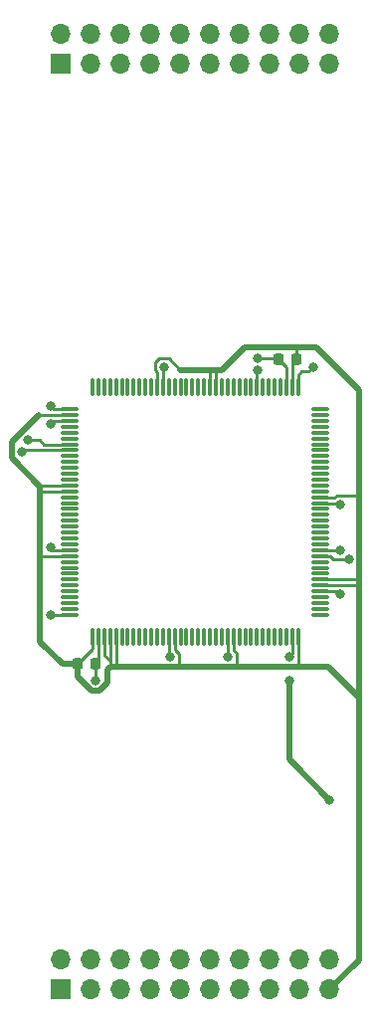
<source format=gbr>
G04 #@! TF.GenerationSoftware,KiCad,Pcbnew,7.99.0-unknown-099e5dd9e7~172~ubuntu22.04.1*
G04 #@! TF.CreationDate,2023-10-11T09:46:22+02:00*
G04 #@! TF.ProjectId,stm32u5a9zjt6q,73746d33-3275-4356-9139-7a6a7436712e,rev?*
G04 #@! TF.SameCoordinates,Original*
G04 #@! TF.FileFunction,Copper,L2,Bot*
G04 #@! TF.FilePolarity,Positive*
%FSLAX46Y46*%
G04 Gerber Fmt 4.6, Leading zero omitted, Abs format (unit mm)*
G04 Created by KiCad (PCBNEW 7.99.0-unknown-099e5dd9e7~172~ubuntu22.04.1) date 2023-10-11 09:46:22*
%MOMM*%
%LPD*%
G01*
G04 APERTURE LIST*
G04 Aperture macros list*
%AMRoundRect*
0 Rectangle with rounded corners*
0 $1 Rounding radius*
0 $2 $3 $4 $5 $6 $7 $8 $9 X,Y pos of 4 corners*
0 Add a 4 corners polygon primitive as box body*
4,1,4,$2,$3,$4,$5,$6,$7,$8,$9,$2,$3,0*
0 Add four circle primitives for the rounded corners*
1,1,$1+$1,$2,$3*
1,1,$1+$1,$4,$5*
1,1,$1+$1,$6,$7*
1,1,$1+$1,$8,$9*
0 Add four rect primitives between the rounded corners*
20,1,$1+$1,$2,$3,$4,$5,0*
20,1,$1+$1,$4,$5,$6,$7,0*
20,1,$1+$1,$6,$7,$8,$9,0*
20,1,$1+$1,$8,$9,$2,$3,0*%
G04 Aperture macros list end*
G04 #@! TA.AperFunction,ComponentPad*
%ADD10R,1.700000X1.700000*%
G04 #@! TD*
G04 #@! TA.AperFunction,ComponentPad*
%ADD11O,1.700000X1.700000*%
G04 #@! TD*
G04 #@! TA.AperFunction,SMDPad,CuDef*
%ADD12RoundRect,0.075000X0.662500X0.075000X-0.662500X0.075000X-0.662500X-0.075000X0.662500X-0.075000X0*%
G04 #@! TD*
G04 #@! TA.AperFunction,SMDPad,CuDef*
%ADD13RoundRect,0.075000X0.075000X0.662500X-0.075000X0.662500X-0.075000X-0.662500X0.075000X-0.662500X0*%
G04 #@! TD*
G04 #@! TA.AperFunction,SMDPad,CuDef*
%ADD14RoundRect,0.225000X-0.225000X-0.250000X0.225000X-0.250000X0.225000X0.250000X-0.225000X0.250000X0*%
G04 #@! TD*
G04 #@! TA.AperFunction,SMDPad,CuDef*
%ADD15RoundRect,0.225000X0.225000X0.250000X-0.225000X0.250000X-0.225000X-0.250000X0.225000X-0.250000X0*%
G04 #@! TD*
G04 #@! TA.AperFunction,ViaPad*
%ADD16C,0.800000*%
G04 #@! TD*
G04 #@! TA.AperFunction,Conductor*
%ADD17C,0.250000*%
G04 #@! TD*
G04 #@! TA.AperFunction,Conductor*
%ADD18C,0.500000*%
G04 #@! TD*
G04 APERTURE END LIST*
D10*
X81280000Y-147320000D03*
D11*
X81280000Y-144780000D03*
X83820000Y-147320000D03*
X83820000Y-144780000D03*
X86360000Y-147320000D03*
X86360000Y-144780000D03*
X88900000Y-147320000D03*
X88900000Y-144780000D03*
X91440000Y-147320000D03*
X91440000Y-144780000D03*
X93980000Y-147320000D03*
X93980000Y-144780000D03*
X96520000Y-147320000D03*
X96520000Y-144780000D03*
X99060000Y-147320000D03*
X99060000Y-144780000D03*
X101600000Y-147320000D03*
X101600000Y-144780000D03*
X104140000Y-147320000D03*
X104140000Y-144780000D03*
D10*
X81280000Y-68580000D03*
D11*
X81280000Y-66040000D03*
X83820000Y-68580000D03*
X83820000Y-66040000D03*
X86360000Y-68580000D03*
X86360000Y-66040000D03*
X88900000Y-68580000D03*
X88900000Y-66040000D03*
X91440000Y-68580000D03*
X91440000Y-66040000D03*
X93980000Y-68580000D03*
X93980000Y-66040000D03*
X96520000Y-68580000D03*
X96520000Y-66040000D03*
X99060000Y-68580000D03*
X99060000Y-66040000D03*
X101600000Y-68580000D03*
X101600000Y-66040000D03*
X104140000Y-68580000D03*
X104140000Y-66040000D03*
D12*
X103372500Y-97930000D03*
X103372500Y-98430000D03*
X103372500Y-98930000D03*
X103372500Y-99430000D03*
X103372500Y-99930000D03*
X103372500Y-100430000D03*
X103372500Y-100930000D03*
X103372500Y-101430000D03*
X103372500Y-101930000D03*
X103372500Y-102430000D03*
X103372500Y-102930000D03*
X103372500Y-103430000D03*
X103372500Y-103930000D03*
X103372500Y-104430000D03*
X103372500Y-104930000D03*
X103372500Y-105430000D03*
X103372500Y-105930000D03*
X103372500Y-106430000D03*
X103372500Y-106930000D03*
X103372500Y-107430000D03*
X103372500Y-107930000D03*
X103372500Y-108430000D03*
X103372500Y-108930000D03*
X103372500Y-109430000D03*
X103372500Y-109930000D03*
X103372500Y-110430000D03*
X103372500Y-110930000D03*
X103372500Y-111430000D03*
X103372500Y-111930000D03*
X103372500Y-112430000D03*
X103372500Y-112930000D03*
X103372500Y-113430000D03*
X103372500Y-113930000D03*
X103372500Y-114430000D03*
X103372500Y-114930000D03*
X103372500Y-115430000D03*
D13*
X101460000Y-117342500D03*
X100960000Y-117342500D03*
X100460000Y-117342500D03*
X99960000Y-117342500D03*
X99460000Y-117342500D03*
X98960000Y-117342500D03*
X98460000Y-117342500D03*
X97960000Y-117342500D03*
X97460000Y-117342500D03*
X96960000Y-117342500D03*
X96460000Y-117342500D03*
X95960000Y-117342500D03*
X95460000Y-117342500D03*
X94960000Y-117342500D03*
X94460000Y-117342500D03*
X93960000Y-117342500D03*
X93460000Y-117342500D03*
X92960000Y-117342500D03*
X92460000Y-117342500D03*
X91960000Y-117342500D03*
X91460000Y-117342500D03*
X90960000Y-117342500D03*
X90460000Y-117342500D03*
X89960000Y-117342500D03*
X89460000Y-117342500D03*
X88960000Y-117342500D03*
X88460000Y-117342500D03*
X87960000Y-117342500D03*
X87460000Y-117342500D03*
X86960000Y-117342500D03*
X86460000Y-117342500D03*
X85960000Y-117342500D03*
X85460000Y-117342500D03*
X84960000Y-117342500D03*
X84460000Y-117342500D03*
X83960000Y-117342500D03*
D12*
X82047500Y-115430000D03*
X82047500Y-114930000D03*
X82047500Y-114430000D03*
X82047500Y-113930000D03*
X82047500Y-113430000D03*
X82047500Y-112930000D03*
X82047500Y-112430000D03*
X82047500Y-111930000D03*
X82047500Y-111430000D03*
X82047500Y-110930000D03*
X82047500Y-110430000D03*
X82047500Y-109930000D03*
X82047500Y-109430000D03*
X82047500Y-108930000D03*
X82047500Y-108430000D03*
X82047500Y-107930000D03*
X82047500Y-107430000D03*
X82047500Y-106930000D03*
X82047500Y-106430000D03*
X82047500Y-105930000D03*
X82047500Y-105430000D03*
X82047500Y-104930000D03*
X82047500Y-104430000D03*
X82047500Y-103930000D03*
X82047500Y-103430000D03*
X82047500Y-102930000D03*
X82047500Y-102430000D03*
X82047500Y-101930000D03*
X82047500Y-101430000D03*
X82047500Y-100930000D03*
X82047500Y-100430000D03*
X82047500Y-99930000D03*
X82047500Y-99430000D03*
X82047500Y-98930000D03*
X82047500Y-98430000D03*
X82047500Y-97930000D03*
D13*
X83960000Y-96017500D03*
X84460000Y-96017500D03*
X84960000Y-96017500D03*
X85460000Y-96017500D03*
X85960000Y-96017500D03*
X86460000Y-96017500D03*
X86960000Y-96017500D03*
X87460000Y-96017500D03*
X87960000Y-96017500D03*
X88460000Y-96017500D03*
X88960000Y-96017500D03*
X89460000Y-96017500D03*
X89960000Y-96017500D03*
X90460000Y-96017500D03*
X90960000Y-96017500D03*
X91460000Y-96017500D03*
X91960000Y-96017500D03*
X92460000Y-96017500D03*
X92960000Y-96017500D03*
X93460000Y-96017500D03*
X93960000Y-96017500D03*
X94460000Y-96017500D03*
X94960000Y-96017500D03*
X95460000Y-96017500D03*
X95960000Y-96017500D03*
X96460000Y-96017500D03*
X96960000Y-96017500D03*
X97460000Y-96017500D03*
X97960000Y-96017500D03*
X98460000Y-96017500D03*
X98960000Y-96017500D03*
X99460000Y-96017500D03*
X99960000Y-96017500D03*
X100460000Y-96017500D03*
X100960000Y-96017500D03*
X101460000Y-96017500D03*
D14*
X99809000Y-93726000D03*
X101359000Y-93726000D03*
D15*
X84214000Y-119634000D03*
X82664000Y-119634000D03*
D16*
X84201000Y-121031000D03*
X98039701Y-93594701D03*
X77978000Y-101600000D03*
X78486000Y-100584000D03*
X105791000Y-110744000D03*
X105029000Y-109982000D03*
X98044000Y-94615000D03*
X100711000Y-121031000D03*
X102743000Y-94361000D03*
X95504000Y-118999000D03*
X105029000Y-106045000D03*
X90551000Y-118999000D03*
X80391000Y-115443000D03*
X90043000Y-94361000D03*
X100711000Y-118999000D03*
X80391000Y-109705500D03*
X80391000Y-97663000D03*
X80391000Y-99200000D03*
X105029000Y-113665000D03*
X104140000Y-131191000D03*
D17*
X84460000Y-117342500D02*
X84460000Y-119388000D01*
X99677701Y-93594701D02*
X99809000Y-93726000D01*
X98039701Y-93594701D02*
X99677701Y-93594701D01*
X84214000Y-119634000D02*
X84214000Y-121018000D01*
X84214000Y-121018000D02*
X84201000Y-121031000D01*
X84460000Y-119388000D02*
X84214000Y-119634000D01*
X100460000Y-94377000D02*
X99809000Y-93726000D01*
X100460000Y-96017500D02*
X100460000Y-94377000D01*
X77978000Y-101600000D02*
X78148000Y-101430000D01*
X78148000Y-101430000D02*
X82047500Y-101430000D01*
X79502000Y-100584000D02*
X78486000Y-100584000D01*
X79848000Y-100930000D02*
X79502000Y-100584000D01*
X82047500Y-100930000D02*
X79848000Y-100930000D01*
X104489686Y-110744000D02*
X104175686Y-110430000D01*
X104175686Y-110430000D02*
X103372500Y-110430000D01*
X105791000Y-110744000D02*
X104489686Y-110744000D01*
X104977000Y-109930000D02*
X103372500Y-109930000D01*
X105029000Y-109982000D02*
X104977000Y-109930000D01*
X97960000Y-94699000D02*
X97960000Y-96017500D01*
X98044000Y-94615000D02*
X97960000Y-94699000D01*
D18*
X106641000Y-144819000D02*
X106641000Y-123063000D01*
D17*
X83960000Y-118338000D02*
X82664000Y-119634000D01*
D18*
X79502000Y-104521000D02*
X79502000Y-104902000D01*
D17*
X101359000Y-92723000D02*
X101346000Y-92710000D01*
X82047500Y-104430000D02*
X79593000Y-104430000D01*
D18*
X94996000Y-94615000D02*
X94488000Y-94615000D01*
D17*
X85460000Y-119877000D02*
X85460000Y-119380000D01*
D18*
X85217000Y-120142000D02*
X85217000Y-121217082D01*
X104140000Y-147320000D02*
X106641000Y-144819000D01*
D17*
X96266000Y-118735695D02*
X96266000Y-119888000D01*
X94460000Y-94643000D02*
X94488000Y-94615000D01*
X84960000Y-117342500D02*
X84960000Y-118880000D01*
X104728695Y-105320000D02*
X106551000Y-105320000D01*
D18*
X91440000Y-94615000D02*
X94107000Y-94615000D01*
X102997000Y-92710000D02*
X101346000Y-92710000D01*
X85471000Y-119888000D02*
X85217000Y-120142000D01*
X106641000Y-121158000D02*
X106641000Y-113030000D01*
D17*
X80518000Y-98425000D02*
X79375000Y-98425000D01*
X101359000Y-93726000D02*
X101359000Y-92723000D01*
D18*
X85217000Y-121217082D02*
X84553082Y-121881000D01*
D17*
X85471000Y-119888000D02*
X85460000Y-119877000D01*
X84960000Y-118880000D02*
X85460000Y-119380000D01*
X106541000Y-112930000D02*
X106641000Y-113030000D01*
D18*
X106641000Y-105410000D02*
X106641000Y-96354000D01*
D17*
X91313000Y-118735695D02*
X91313000Y-119888000D01*
D18*
X96266000Y-119888000D02*
X101600000Y-119888000D01*
D17*
X101460000Y-117342500D02*
X101460000Y-119748000D01*
X89318000Y-94661305D02*
X89318000Y-93943000D01*
X101460000Y-119748000D02*
X101600000Y-119888000D01*
X79530000Y-104930000D02*
X79502000Y-104902000D01*
D18*
X91313000Y-119888000D02*
X96266000Y-119888000D01*
X106641000Y-113030000D02*
X106641000Y-112522000D01*
D17*
X90985000Y-117367500D02*
X90985000Y-118407695D01*
D18*
X82664000Y-120696082D02*
X82664000Y-119634000D01*
D17*
X82047500Y-98430000D02*
X80523000Y-98430000D01*
X82047500Y-104930000D02*
X79530000Y-104930000D01*
D18*
X96901000Y-92710000D02*
X94996000Y-94615000D01*
X79375000Y-98425000D02*
X77089000Y-100711000D01*
D17*
X106549000Y-112430000D02*
X106641000Y-112522000D01*
D18*
X106641000Y-122516000D02*
X106641000Y-123063000D01*
X79502000Y-104902000D02*
X79502000Y-110490000D01*
D17*
X85960000Y-117342500D02*
X85960000Y-119742000D01*
X85960000Y-119742000D02*
X86106000Y-119888000D01*
D18*
X79502000Y-110490000D02*
X79502000Y-117729000D01*
X83848918Y-121881000D02*
X82664000Y-120696082D01*
X77089000Y-102108000D02*
X79502000Y-104521000D01*
D17*
X82047500Y-110430000D02*
X79562000Y-110430000D01*
X89318000Y-93943000D02*
X89625000Y-93636000D01*
X103372500Y-112430000D02*
X106549000Y-112430000D01*
D18*
X77089000Y-100711000D02*
X77089000Y-102108000D01*
X104013000Y-119888000D02*
X106641000Y-122516000D01*
D17*
X95960000Y-118429695D02*
X96266000Y-118735695D01*
X80523000Y-98430000D02*
X80518000Y-98425000D01*
D18*
X101600000Y-119888000D02*
X104013000Y-119888000D01*
D17*
X94460000Y-96017500D02*
X94460000Y-94643000D01*
D18*
X81407000Y-119634000D02*
X82664000Y-119634000D01*
D17*
X103372500Y-105430000D02*
X104618695Y-105430000D01*
D18*
X106641000Y-96354000D02*
X102997000Y-92710000D01*
D17*
X85460000Y-117342500D02*
X85460000Y-119380000D01*
D18*
X84553082Y-121881000D02*
X83848918Y-121881000D01*
X79502000Y-117729000D02*
X81407000Y-119634000D01*
D17*
X103372500Y-112930000D02*
X106541000Y-112930000D01*
D18*
X106641000Y-112522000D02*
X106641000Y-105410000D01*
D17*
X79562000Y-110430000D02*
X79502000Y-110490000D01*
X89625000Y-93636000D02*
X90461000Y-93636000D01*
X89460000Y-94803305D02*
X89318000Y-94661305D01*
X89460000Y-96017500D02*
X89460000Y-94803305D01*
X90985000Y-118407695D02*
X91313000Y-118735695D01*
X83960000Y-117342500D02*
X83960000Y-118338000D01*
D18*
X101346000Y-92710000D02*
X96901000Y-92710000D01*
X94488000Y-94615000D02*
X94107000Y-94615000D01*
D17*
X106551000Y-105320000D02*
X106641000Y-105410000D01*
X90461000Y-93636000D02*
X91440000Y-94615000D01*
D18*
X85471000Y-119888000D02*
X86106000Y-119888000D01*
X86106000Y-119888000D02*
X91313000Y-119888000D01*
D17*
X95960000Y-117342500D02*
X95960000Y-118429695D01*
X90960000Y-117342500D02*
X90985000Y-117367500D01*
D18*
X106641000Y-123063000D02*
X106641000Y-121158000D01*
D17*
X100960000Y-94125000D02*
X100960000Y-96017500D01*
X93960000Y-94762000D02*
X94107000Y-94615000D01*
X93960000Y-96017500D02*
X93960000Y-94762000D01*
X101359000Y-93726000D02*
X100960000Y-94125000D01*
X104618695Y-105430000D02*
X104728695Y-105320000D01*
X79593000Y-104430000D02*
X79502000Y-104521000D01*
X101460000Y-95009000D02*
X101727000Y-94742000D01*
X82047500Y-98930000D02*
X80661000Y-98930000D01*
X104914000Y-105930000D02*
X105029000Y-106045000D01*
X80615500Y-109930000D02*
X80391000Y-109705500D01*
X104794000Y-113430000D02*
X105029000Y-113665000D01*
X100960000Y-118750000D02*
X100711000Y-118999000D01*
D18*
X100965000Y-128016000D02*
X104140000Y-131191000D01*
D17*
X82047500Y-97930000D02*
X80658000Y-97930000D01*
D18*
X100711000Y-127762000D02*
X100711000Y-121031000D01*
D17*
X102362000Y-94742000D02*
X102743000Y-94361000D01*
X82047500Y-115430000D02*
X80404000Y-115430000D01*
X80404000Y-115430000D02*
X80391000Y-115443000D01*
X95460000Y-117342500D02*
X95460000Y-118955000D01*
X82047500Y-109930000D02*
X80615500Y-109930000D01*
X90460000Y-117342500D02*
X90460000Y-118908000D01*
X89960000Y-94444000D02*
X90043000Y-94361000D01*
X101727000Y-94742000D02*
X102362000Y-94742000D01*
X101460000Y-96017500D02*
X101460000Y-95009000D01*
X103372500Y-105930000D02*
X104914000Y-105930000D01*
X80661000Y-98930000D02*
X80391000Y-99200000D01*
X90460000Y-118908000D02*
X90551000Y-118999000D01*
X80658000Y-97930000D02*
X80391000Y-97663000D01*
X100960000Y-117342500D02*
X100960000Y-118750000D01*
D18*
X100965000Y-128016000D02*
X100711000Y-127762000D01*
D17*
X89960000Y-96017500D02*
X89960000Y-94444000D01*
X103372500Y-113430000D02*
X104794000Y-113430000D01*
X95460000Y-118955000D02*
X95504000Y-118999000D01*
M02*

</source>
